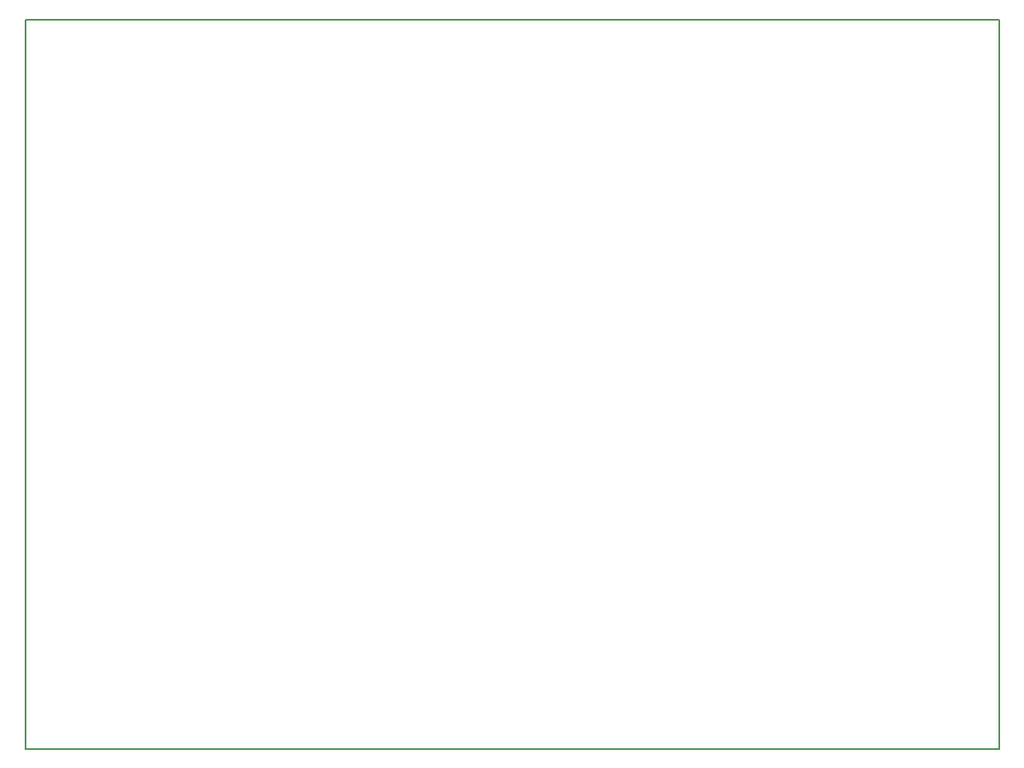
<source format=gm1>
%TF.GenerationSoftware,KiCad,Pcbnew,5.1.10*%
%TF.CreationDate,2021-09-02T20:29:26+02:00*%
%TF.ProjectId,Termostato-Diferencial-Mini,5465726d-6f73-4746-9174-6f2d44696665,rev?*%
%TF.SameCoordinates,PX9e11d20PY4c6afd0*%
%TF.FileFunction,Profile,NP*%
%FSLAX45Y45*%
G04 Gerber Fmt 4.5, Leading zero omitted, Abs format (unit mm)*
G04 Created by KiCad (PCBNEW 5.1.10) date 2021-09-02 20:29:26*
%MOMM*%
%LPD*%
G01*
G04 APERTURE LIST*
%TA.AperFunction,Profile*%
%ADD10C,0.200000*%
%TD*%
G04 APERTURE END LIST*
D10*
X4998980Y3747000D02*
X-4998900Y3747000D01*
X4999100Y-3746890D02*
X4998980Y3747000D01*
X-4998780Y-3746890D02*
X4999100Y-3746890D01*
X-4998780Y-3746890D02*
X-4998900Y3747000D01*
M02*

</source>
